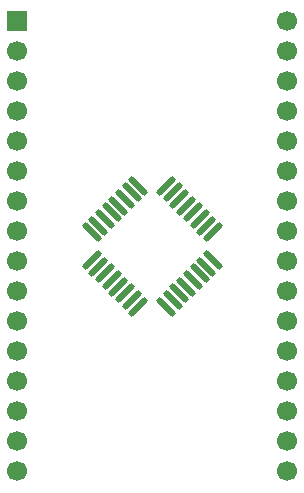
<source format=gts>
G04 #@! TF.GenerationSoftware,KiCad,Pcbnew,9.0.6*
G04 #@! TF.CreationDate,2026-01-07T21:29:58-06:00*
G04 #@! TF.ProjectId,QFP-32_7x7_P0.8,5146502d-3332-45f3-9778-375f50302e38,rev?*
G04 #@! TF.SameCoordinates,Original*
G04 #@! TF.FileFunction,Soldermask,Top*
G04 #@! TF.FilePolarity,Negative*
%FSLAX46Y46*%
G04 Gerber Fmt 4.6, Leading zero omitted, Abs format (unit mm)*
G04 Created by KiCad (PCBNEW 9.0.6) date 2026-01-07 21:29:58*
%MOMM*%
%LPD*%
G01*
G04 APERTURE LIST*
G04 Aperture macros list*
%AMRoundRect*
0 Rectangle with rounded corners*
0 $1 Rounding radius*
0 $2 $3 $4 $5 $6 $7 $8 $9 X,Y pos of 4 corners*
0 Add a 4 corners polygon primitive as box body*
4,1,4,$2,$3,$4,$5,$6,$7,$8,$9,$2,$3,0*
0 Add four circle primitives for the rounded corners*
1,1,$1+$1,$2,$3*
1,1,$1+$1,$4,$5*
1,1,$1+$1,$6,$7*
1,1,$1+$1,$8,$9*
0 Add four rect primitives between the rounded corners*
20,1,$1+$1,$2,$3,$4,$5,0*
20,1,$1+$1,$4,$5,$6,$7,0*
20,1,$1+$1,$6,$7,$8,$9,0*
20,1,$1+$1,$8,$9,$2,$3,0*%
G04 Aperture macros list end*
%ADD10RoundRect,0.137500X-0.707107X0.512652X0.512652X-0.707107X0.707107X-0.512652X-0.512652X0.707107X0*%
%ADD11RoundRect,0.137500X-0.707107X-0.512652X-0.512652X-0.707107X0.707107X0.512652X0.512652X0.707107X0*%
%ADD12R,1.700000X1.700000*%
%ADD13C,1.700000*%
G04 APERTURE END LIST*
D10*
X137261506Y-115521708D03*
X136695821Y-116087393D03*
X136130135Y-116653079D03*
X135564450Y-117218764D03*
X134998764Y-117784450D03*
X134433079Y-118350135D03*
X133867393Y-118915821D03*
X133301708Y-119481506D03*
D11*
X133301708Y-121818494D03*
X133867393Y-122384179D03*
X134433079Y-122949865D03*
X134998764Y-123515550D03*
X135564450Y-124081236D03*
X136130135Y-124646921D03*
X136695821Y-125212607D03*
X137261506Y-125778292D03*
D10*
X139598494Y-125778292D03*
X140164179Y-125212607D03*
X140729865Y-124646921D03*
X141295550Y-124081236D03*
X141861236Y-123515550D03*
X142426921Y-122949865D03*
X142992607Y-122384179D03*
X143558292Y-121818494D03*
D11*
X143558292Y-119481506D03*
X142992607Y-118915821D03*
X142426921Y-118350135D03*
X141861236Y-117784450D03*
X141295550Y-117218764D03*
X140729865Y-116653079D03*
X140164179Y-116087393D03*
X139598494Y-115521708D03*
D12*
X127000000Y-101600000D03*
D13*
X127000000Y-104140000D03*
X127000000Y-106680000D03*
X127000000Y-109220000D03*
X127000000Y-111760000D03*
X127000000Y-114300000D03*
X127000000Y-116840000D03*
X127000000Y-119380000D03*
X127000000Y-121920000D03*
X127000000Y-124460000D03*
X127000000Y-127000000D03*
X127000000Y-129540000D03*
X127000000Y-132080000D03*
X127000000Y-134620000D03*
X127000000Y-137160000D03*
X127000000Y-139700000D03*
X149860000Y-101600000D03*
X149860000Y-104140000D03*
X149860000Y-106680000D03*
X149860000Y-109220000D03*
X149860000Y-111760000D03*
X149860000Y-114300000D03*
X149860000Y-116840000D03*
X149860000Y-119380000D03*
X149860000Y-121920000D03*
X149860000Y-124460000D03*
X149860000Y-127000000D03*
X149860000Y-129540000D03*
X149860000Y-132080000D03*
X149860000Y-134620000D03*
X149860000Y-137160000D03*
X149860000Y-139700000D03*
M02*

</source>
